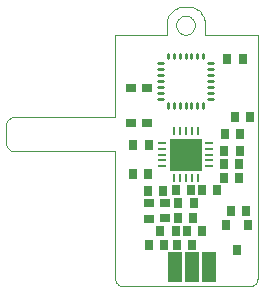
<source format=gtp>
G75*
%MOIN*%
%OFA0B0*%
%FSLAX24Y24*%
%IPPOS*%
%LPD*%
%AMOC8*
5,1,8,0,0,1.08239X$1,22.5*
%
%ADD10C,0.0000*%
%ADD11R,0.1063X0.1063*%
%ADD12R,0.0276X0.0098*%
%ADD13R,0.0098X0.0276*%
%ADD14R,0.0276X0.0354*%
%ADD15R,0.0354X0.0276*%
%ADD16R,0.0343X0.0307*%
%ADD17R,0.0500X0.1000*%
%ADD18R,0.0315X0.0354*%
%ADD19C,0.0089*%
D10*
X009958Y013875D02*
X013333Y013875D01*
X013333Y009625D01*
X013335Y009595D01*
X013340Y009565D01*
X013349Y009536D01*
X013362Y009509D01*
X013377Y009483D01*
X013396Y009459D01*
X013417Y009438D01*
X013441Y009419D01*
X013467Y009404D01*
X013494Y009391D01*
X013523Y009382D01*
X013553Y009377D01*
X013583Y009375D01*
X017831Y009375D01*
X017861Y009377D01*
X017891Y009382D01*
X017920Y009391D01*
X017948Y009403D01*
X017973Y009419D01*
X017997Y009437D01*
X018019Y009458D01*
X018038Y009482D01*
X018053Y009508D01*
X018066Y009535D01*
X018075Y009564D01*
X018081Y009594D01*
X018083Y009624D01*
X018083Y017750D01*
X016333Y017750D01*
X016333Y018124D01*
X016333Y018125D02*
X016330Y018170D01*
X016323Y018215D01*
X016313Y018259D01*
X016300Y018303D01*
X016283Y018345D01*
X016263Y018386D01*
X016239Y018425D01*
X016213Y018462D01*
X016184Y018497D01*
X016152Y018529D01*
X016118Y018559D01*
X016082Y018586D01*
X016043Y018611D01*
X016003Y018632D01*
X015961Y018650D01*
X015918Y018664D01*
X015874Y018675D01*
X015829Y018683D01*
X015784Y018687D01*
X015738Y018688D01*
X015739Y018688D02*
X015603Y018688D01*
X015602Y018687D02*
X015555Y018682D01*
X015509Y018672D01*
X015464Y018660D01*
X015420Y018643D01*
X015377Y018624D01*
X015336Y018601D01*
X015297Y018575D01*
X015260Y018546D01*
X015226Y018514D01*
X015194Y018479D01*
X015164Y018442D01*
X015138Y018403D01*
X015115Y018362D01*
X015096Y018319D01*
X015079Y018275D01*
X015067Y018230D01*
X015057Y018184D01*
X015052Y018137D01*
X015050Y018090D01*
X015052Y018043D01*
X015052Y017750D01*
X013333Y017750D01*
X013333Y015000D01*
X009958Y015000D01*
X009928Y014998D01*
X009898Y014993D01*
X009869Y014984D01*
X009842Y014971D01*
X009816Y014956D01*
X009792Y014937D01*
X009771Y014916D01*
X009752Y014892D01*
X009737Y014866D01*
X009724Y014839D01*
X009715Y014810D01*
X009710Y014780D01*
X009708Y014750D01*
X009708Y014125D01*
X009710Y014095D01*
X009715Y014065D01*
X009724Y014036D01*
X009737Y014009D01*
X009752Y013983D01*
X009771Y013959D01*
X009792Y013938D01*
X009816Y013919D01*
X009842Y013904D01*
X009869Y013891D01*
X009898Y013882D01*
X009928Y013877D01*
X009958Y013875D01*
X015370Y018064D02*
X015372Y018099D01*
X015378Y018134D01*
X015388Y018167D01*
X015401Y018200D01*
X015418Y018231D01*
X015438Y018259D01*
X015462Y018285D01*
X015488Y018309D01*
X015516Y018329D01*
X015547Y018346D01*
X015580Y018359D01*
X015613Y018369D01*
X015648Y018375D01*
X015683Y018377D01*
X015718Y018375D01*
X015753Y018369D01*
X015786Y018359D01*
X015819Y018346D01*
X015850Y018329D01*
X015878Y018309D01*
X015904Y018285D01*
X015928Y018259D01*
X015948Y018231D01*
X015965Y018200D01*
X015978Y018167D01*
X015988Y018134D01*
X015994Y018099D01*
X015996Y018064D01*
X015994Y018029D01*
X015988Y017994D01*
X015978Y017961D01*
X015965Y017928D01*
X015948Y017897D01*
X015928Y017869D01*
X015904Y017843D01*
X015878Y017819D01*
X015850Y017799D01*
X015819Y017782D01*
X015786Y017769D01*
X015753Y017759D01*
X015718Y017753D01*
X015683Y017751D01*
X015648Y017753D01*
X015613Y017759D01*
X015580Y017769D01*
X015547Y017782D01*
X015516Y017799D01*
X015488Y017819D01*
X015462Y017843D01*
X015438Y017869D01*
X015418Y017897D01*
X015401Y017928D01*
X015388Y017961D01*
X015378Y017994D01*
X015372Y018029D01*
X015370Y018064D01*
D11*
X015689Y013758D03*
D12*
X016464Y013758D03*
X016464Y013955D03*
X016464Y014152D03*
X016464Y013561D03*
X016464Y013364D03*
X014913Y013364D03*
X014913Y013561D03*
X014913Y013758D03*
X014913Y013955D03*
X014913Y014152D03*
D13*
X015295Y014533D03*
X015492Y014533D03*
X015689Y014533D03*
X015885Y014533D03*
X016082Y014533D03*
X016082Y012982D03*
X015885Y012982D03*
X015689Y012982D03*
X015492Y012982D03*
X015295Y012982D03*
D14*
X015358Y012578D03*
X014942Y012550D03*
X014430Y012550D03*
X014443Y013118D03*
X013931Y013118D03*
X013948Y014077D03*
X014460Y014077D03*
X015870Y012578D03*
X016226Y012583D03*
X015950Y012142D03*
X015933Y011653D03*
X015736Y011195D03*
X015359Y011214D03*
X015421Y011653D03*
X015438Y012142D03*
X014847Y011214D03*
X014969Y010748D03*
X015394Y010745D03*
X015905Y010745D03*
X016248Y011195D03*
X017202Y011875D03*
X017714Y011875D03*
X017469Y012976D03*
X017471Y013438D03*
X017489Y013883D03*
X016977Y013883D03*
X016959Y013438D03*
X016957Y012976D03*
X016738Y012583D03*
X017003Y014451D03*
X017515Y014451D03*
X017327Y015000D03*
X017839Y015000D03*
X017585Y016951D03*
X017074Y016951D03*
X014457Y010748D03*
D15*
X014463Y011617D03*
X014463Y012128D03*
X015006Y012157D03*
X015006Y011645D03*
D16*
X014399Y014797D03*
X013864Y014797D03*
X013864Y015990D03*
X014399Y015990D03*
D17*
X015328Y009993D03*
X015900Y009998D03*
X016468Y009993D03*
D18*
X017395Y010569D03*
X017769Y011396D03*
X017021Y011396D03*
D19*
X016272Y015307D02*
X016272Y015465D01*
X016075Y015465D02*
X016075Y015307D01*
X015879Y015307D02*
X015879Y015465D01*
X015682Y015465D02*
X015682Y015307D01*
X015485Y015307D02*
X015485Y015465D01*
X015288Y015465D02*
X015288Y015307D01*
X015091Y015307D02*
X015091Y015465D01*
X014934Y015622D02*
X014776Y015622D01*
X014776Y015819D02*
X014934Y015819D01*
X014934Y016016D02*
X014776Y016016D01*
X014776Y016213D02*
X014934Y016213D01*
X014934Y016410D02*
X014776Y016410D01*
X014776Y016607D02*
X014934Y016607D01*
X014934Y016803D02*
X014776Y016803D01*
X015091Y016961D02*
X015091Y017118D01*
X015288Y017118D02*
X015288Y016961D01*
X015485Y016961D02*
X015485Y017118D01*
X015682Y017118D02*
X015682Y016961D01*
X015879Y016961D02*
X015879Y017118D01*
X016075Y017118D02*
X016075Y016961D01*
X016272Y016961D02*
X016272Y017118D01*
X016430Y016803D02*
X016587Y016803D01*
X016587Y016607D02*
X016430Y016607D01*
X016430Y016410D02*
X016587Y016410D01*
X016587Y016213D02*
X016430Y016213D01*
X016430Y016016D02*
X016587Y016016D01*
X016587Y015819D02*
X016430Y015819D01*
X016430Y015622D02*
X016587Y015622D01*
M02*

</source>
